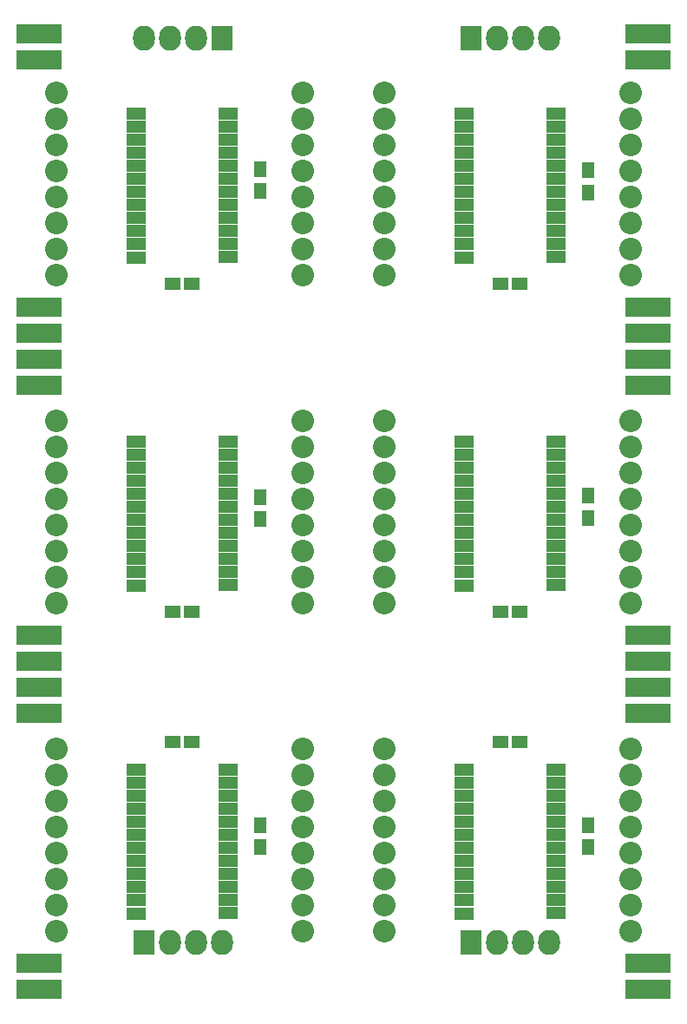
<source format=gbr>
G04 #@! TF.FileFunction,Soldermask,Top*
%FSLAX46Y46*%
G04 Gerber Fmt 4.6, Leading zero omitted, Abs format (unit mm)*
G04 Created by KiCad (PCBNEW 4.0.2-1.fc23-product) date pią, 26 sie 2016, 23:23:19*
%MOMM*%
G01*
G04 APERTURE LIST*
%ADD10C,0.100000*%
%ADD11C,2.206400*%
%ADD12R,4.406400X1.930400*%
%ADD13R,2.133600X2.438400*%
%ADD14O,2.133600X2.438400*%
%ADD15R,1.606400X1.156400*%
%ADD16R,1.306400X1.606400*%
%ADD17R,1.930400X1.168400*%
G04 APERTURE END LIST*
D10*
D11*
X111319000Y-93012500D03*
X111319000Y-90472500D03*
X111319000Y-87932500D03*
X111319000Y-85392500D03*
X111319000Y-82852500D03*
X111319000Y-80312500D03*
X111319000Y-77772500D03*
X111319000Y-75232500D03*
X135319000Y-93012500D03*
X135319000Y-90472500D03*
X135319000Y-87932500D03*
X135319000Y-85392500D03*
X135319000Y-82852500D03*
X135319000Y-80312500D03*
X135319000Y-77772500D03*
X135319000Y-75232500D03*
X111319000Y-125016500D03*
X111319000Y-122476500D03*
X111319000Y-119936500D03*
X111319000Y-117396500D03*
X111319000Y-114856500D03*
X111319000Y-112316500D03*
X111319000Y-109776500D03*
X111319000Y-107236500D03*
X135319000Y-125016500D03*
X135319000Y-122476500D03*
X135319000Y-119936500D03*
X135319000Y-117396500D03*
X135319000Y-114856500D03*
X135319000Y-112316500D03*
X135319000Y-109776500D03*
X135319000Y-107236500D03*
X143323000Y-93012500D03*
X143323000Y-90472500D03*
X143323000Y-87932500D03*
X143323000Y-85392500D03*
X143323000Y-82852500D03*
X143323000Y-80312500D03*
X143323000Y-77772500D03*
X143323000Y-75232500D03*
X167323000Y-93012500D03*
X167323000Y-90472500D03*
X167323000Y-87932500D03*
X167323000Y-85392500D03*
X167323000Y-82852500D03*
X167323000Y-80312500D03*
X167323000Y-77772500D03*
X167323000Y-75232500D03*
X143323000Y-61008500D03*
X143323000Y-58468500D03*
X143323000Y-55928500D03*
X143323000Y-53388500D03*
X143323000Y-50848500D03*
X143323000Y-48308500D03*
X143323000Y-45768500D03*
X143323000Y-43228500D03*
X167323000Y-61008500D03*
X167323000Y-58468500D03*
X167323000Y-55928500D03*
X167323000Y-53388500D03*
X167323000Y-50848500D03*
X167323000Y-48308500D03*
X167323000Y-45768500D03*
X167323000Y-43228500D03*
X143323000Y-125016500D03*
X143323000Y-122476500D03*
X143323000Y-119936500D03*
X143323000Y-117396500D03*
X143323000Y-114856500D03*
X143323000Y-112316500D03*
X143323000Y-109776500D03*
X143323000Y-107236500D03*
X167323000Y-125016500D03*
X167323000Y-122476500D03*
X167323000Y-119936500D03*
X167323000Y-117396500D03*
X167323000Y-114856500D03*
X167323000Y-112316500D03*
X167323000Y-109776500D03*
X167323000Y-107236500D03*
D12*
X169037000Y-103822500D03*
X169037000Y-101282500D03*
X169037000Y-98742500D03*
X169037000Y-96202500D03*
X109601000Y-103822500D03*
X109601000Y-101282500D03*
X109601000Y-98742500D03*
X109601000Y-96202500D03*
X169037000Y-71818500D03*
X169037000Y-69278500D03*
X169037000Y-66738500D03*
X169037000Y-64198500D03*
X109601000Y-71818500D03*
X109601000Y-69278500D03*
X109601000Y-66738500D03*
X109601000Y-64198500D03*
D13*
X127508000Y-37909500D03*
D14*
X124968000Y-37909500D03*
X122428000Y-37909500D03*
X119888000Y-37909500D03*
D13*
X151765000Y-37909500D03*
D14*
X154305000Y-37909500D03*
X156845000Y-37909500D03*
X159385000Y-37909500D03*
D13*
X119888000Y-126174500D03*
D14*
X122428000Y-126174500D03*
X124968000Y-126174500D03*
X127508000Y-126174500D03*
D13*
X151765000Y-126174500D03*
D14*
X154305000Y-126174500D03*
X156845000Y-126174500D03*
X159385000Y-126174500D03*
D12*
X109601000Y-40068500D03*
X109601000Y-37528500D03*
X169037000Y-40068500D03*
X169037000Y-37528500D03*
X109601000Y-130746500D03*
X109601000Y-128206500D03*
X169037000Y-130746500D03*
X169037000Y-128206500D03*
D15*
X124521000Y-61912500D03*
X122621000Y-61912500D03*
X124521000Y-93916500D03*
X122621000Y-93916500D03*
X124521000Y-106616500D03*
X122621000Y-106616500D03*
X156525000Y-61912500D03*
X154625000Y-61912500D03*
X156525000Y-93916500D03*
X154625000Y-93916500D03*
X156525000Y-106616500D03*
X154625000Y-106616500D03*
D16*
X131191000Y-50652500D03*
X131191000Y-52852500D03*
X131191000Y-114660500D03*
X131191000Y-116860500D03*
X163195000Y-82529500D03*
X163195000Y-84729500D03*
X131191000Y-82656500D03*
X131191000Y-84856500D03*
X163195000Y-50779500D03*
X163195000Y-52979500D03*
X163195000Y-114660500D03*
X163195000Y-116860500D03*
D11*
X111319000Y-61008500D03*
X111319000Y-58468500D03*
X111319000Y-55928500D03*
X111319000Y-53388500D03*
X111319000Y-50848500D03*
X111319000Y-48308500D03*
X111319000Y-45768500D03*
X111319000Y-43228500D03*
X135319000Y-61008500D03*
X135319000Y-58468500D03*
X135319000Y-55928500D03*
X135319000Y-53388500D03*
X135319000Y-50848500D03*
X135319000Y-48308500D03*
X135319000Y-45768500D03*
X135319000Y-43228500D03*
D17*
X151065000Y-109283500D03*
X151065000Y-110553500D03*
X151065000Y-111823500D03*
X151065000Y-113093500D03*
X151065000Y-114363500D03*
X151065000Y-115633500D03*
X151065000Y-116903500D03*
X151065000Y-118173500D03*
X151065000Y-119443500D03*
X151065000Y-120713500D03*
X151065000Y-121983500D03*
X151065000Y-123380500D03*
X160085000Y-109283500D03*
X160085000Y-110553500D03*
X160085000Y-111823500D03*
X160085000Y-113093500D03*
X160085000Y-114363500D03*
X160085000Y-115633500D03*
X160085000Y-116903500D03*
X160085000Y-118173500D03*
X160085000Y-119443500D03*
X160085000Y-120713500D03*
X160085000Y-121983500D03*
X160085000Y-123253500D03*
X151065000Y-45275500D03*
X151065000Y-46545500D03*
X151065000Y-47815500D03*
X151065000Y-49085500D03*
X151065000Y-50355500D03*
X151065000Y-51625500D03*
X151065000Y-52895500D03*
X151065000Y-54165500D03*
X151065000Y-55435500D03*
X151065000Y-56705500D03*
X151065000Y-57975500D03*
X151065000Y-59372500D03*
X160085000Y-45275500D03*
X160085000Y-46545500D03*
X160085000Y-47815500D03*
X160085000Y-49085500D03*
X160085000Y-50355500D03*
X160085000Y-51625500D03*
X160085000Y-52895500D03*
X160085000Y-54165500D03*
X160085000Y-55435500D03*
X160085000Y-56705500D03*
X160085000Y-57975500D03*
X160085000Y-59245500D03*
X119061000Y-77279500D03*
X119061000Y-78549500D03*
X119061000Y-79819500D03*
X119061000Y-81089500D03*
X119061000Y-82359500D03*
X119061000Y-83629500D03*
X119061000Y-84899500D03*
X119061000Y-86169500D03*
X119061000Y-87439500D03*
X119061000Y-88709500D03*
X119061000Y-89979500D03*
X119061000Y-91376500D03*
X128081000Y-77279500D03*
X128081000Y-78549500D03*
X128081000Y-79819500D03*
X128081000Y-81089500D03*
X128081000Y-82359500D03*
X128081000Y-83629500D03*
X128081000Y-84899500D03*
X128081000Y-86169500D03*
X128081000Y-87439500D03*
X128081000Y-88709500D03*
X128081000Y-89979500D03*
X128081000Y-91249500D03*
X151065000Y-77279500D03*
X151065000Y-78549500D03*
X151065000Y-79819500D03*
X151065000Y-81089500D03*
X151065000Y-82359500D03*
X151065000Y-83629500D03*
X151065000Y-84899500D03*
X151065000Y-86169500D03*
X151065000Y-87439500D03*
X151065000Y-88709500D03*
X151065000Y-89979500D03*
X151065000Y-91376500D03*
X160085000Y-77279500D03*
X160085000Y-78549500D03*
X160085000Y-79819500D03*
X160085000Y-81089500D03*
X160085000Y-82359500D03*
X160085000Y-83629500D03*
X160085000Y-84899500D03*
X160085000Y-86169500D03*
X160085000Y-87439500D03*
X160085000Y-88709500D03*
X160085000Y-89979500D03*
X160085000Y-91249500D03*
X119061000Y-109283500D03*
X119061000Y-110553500D03*
X119061000Y-111823500D03*
X119061000Y-113093500D03*
X119061000Y-114363500D03*
X119061000Y-115633500D03*
X119061000Y-116903500D03*
X119061000Y-118173500D03*
X119061000Y-119443500D03*
X119061000Y-120713500D03*
X119061000Y-121983500D03*
X119061000Y-123380500D03*
X128081000Y-109283500D03*
X128081000Y-110553500D03*
X128081000Y-111823500D03*
X128081000Y-113093500D03*
X128081000Y-114363500D03*
X128081000Y-115633500D03*
X128081000Y-116903500D03*
X128081000Y-118173500D03*
X128081000Y-119443500D03*
X128081000Y-120713500D03*
X128081000Y-121983500D03*
X128081000Y-123253500D03*
X119061000Y-45275500D03*
X119061000Y-46545500D03*
X119061000Y-47815500D03*
X119061000Y-49085500D03*
X119061000Y-50355500D03*
X119061000Y-51625500D03*
X119061000Y-52895500D03*
X119061000Y-54165500D03*
X119061000Y-55435500D03*
X119061000Y-56705500D03*
X119061000Y-57975500D03*
X119061000Y-59372500D03*
X128081000Y-45275500D03*
X128081000Y-46545500D03*
X128081000Y-47815500D03*
X128081000Y-49085500D03*
X128081000Y-50355500D03*
X128081000Y-51625500D03*
X128081000Y-52895500D03*
X128081000Y-54165500D03*
X128081000Y-55435500D03*
X128081000Y-56705500D03*
X128081000Y-57975500D03*
X128081000Y-59245500D03*
M02*

</source>
